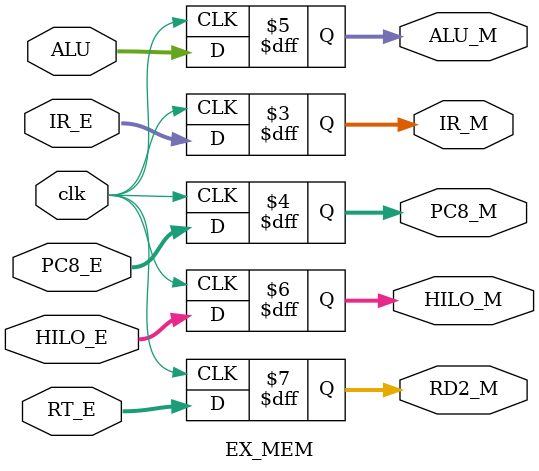
<source format=v>
`timescale 1ns / 1ps

module EX_MEM(
clk, IR_E, PC8_E , ALU, HILO_E , RT_E , IR_M , PC8_M , ALU_M , HILO_M , RD2_M
);
	 
	 input clk;
    input [31:0] IR_E;
    input [31:0] PC8_E;
    input [31:0] ALU;
    input [31:0] HILO_E;
    input [31:0] RT_E;
    
    output [31:0] IR_M;
    output [31:0] PC8_M;
    output [31:0] ALU_M;
    output [31:0] HILO_M;
    output [31:0] RD2_M;
	 
	 initial
		IR_M = 0 ;
	 
	 reg [31:0] IR_M , PC8_M , ALU_M , HILO_M , RD2_M ;
	 
	 always @(posedge clk)
		begin
			IR_M <= IR_E ;
			PC8_M <= PC8_E ;
			ALU_M <= ALU ;
			HILO_M <= HILO_E ;
			RD2_M <= RT_E ;
		end 
endmodule
</source>
